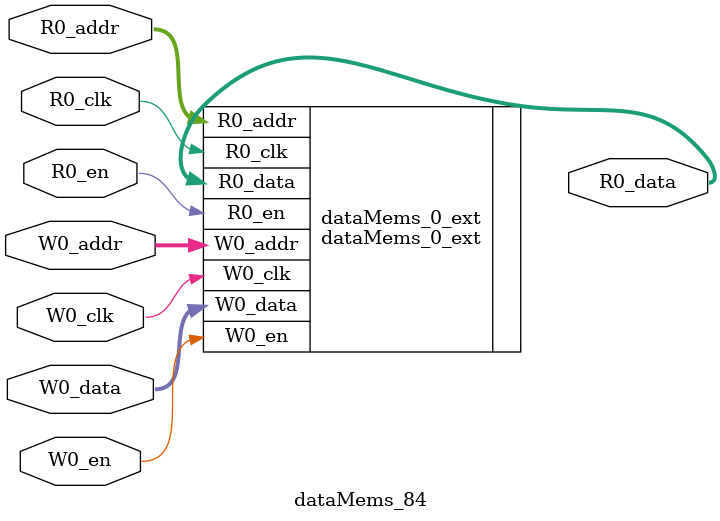
<source format=sv>
`ifndef RANDOMIZE
  `ifdef RANDOMIZE_REG_INIT
    `define RANDOMIZE
  `endif // RANDOMIZE_REG_INIT
`endif // not def RANDOMIZE
`ifndef RANDOMIZE
  `ifdef RANDOMIZE_MEM_INIT
    `define RANDOMIZE
  `endif // RANDOMIZE_MEM_INIT
`endif // not def RANDOMIZE

`ifndef RANDOM
  `define RANDOM $random
`endif // not def RANDOM

// Users can define 'PRINTF_COND' to add an extra gate to prints.
`ifndef PRINTF_COND_
  `ifdef PRINTF_COND
    `define PRINTF_COND_ (`PRINTF_COND)
  `else  // PRINTF_COND
    `define PRINTF_COND_ 1
  `endif // PRINTF_COND
`endif // not def PRINTF_COND_

// Users can define 'ASSERT_VERBOSE_COND' to add an extra gate to assert error printing.
`ifndef ASSERT_VERBOSE_COND_
  `ifdef ASSERT_VERBOSE_COND
    `define ASSERT_VERBOSE_COND_ (`ASSERT_VERBOSE_COND)
  `else  // ASSERT_VERBOSE_COND
    `define ASSERT_VERBOSE_COND_ 1
  `endif // ASSERT_VERBOSE_COND
`endif // not def ASSERT_VERBOSE_COND_

// Users can define 'STOP_COND' to add an extra gate to stop conditions.
`ifndef STOP_COND_
  `ifdef STOP_COND
    `define STOP_COND_ (`STOP_COND)
  `else  // STOP_COND
    `define STOP_COND_ 1
  `endif // STOP_COND
`endif // not def STOP_COND_

// Users can define INIT_RANDOM as general code that gets injected into the
// initializer block for modules with registers.
`ifndef INIT_RANDOM
  `define INIT_RANDOM
`endif // not def INIT_RANDOM

// If using random initialization, you can also define RANDOMIZE_DELAY to
// customize the delay used, otherwise 0.002 is used.
`ifndef RANDOMIZE_DELAY
  `define RANDOMIZE_DELAY 0.002
`endif // not def RANDOMIZE_DELAY

// Define INIT_RANDOM_PROLOG_ for use in our modules below.
`ifndef INIT_RANDOM_PROLOG_
  `ifdef RANDOMIZE
    `ifdef VERILATOR
      `define INIT_RANDOM_PROLOG_ `INIT_RANDOM
    `else  // VERILATOR
      `define INIT_RANDOM_PROLOG_ `INIT_RANDOM #`RANDOMIZE_DELAY begin end
    `endif // VERILATOR
  `else  // RANDOMIZE
    `define INIT_RANDOM_PROLOG_
  `endif // RANDOMIZE
`endif // not def INIT_RANDOM_PROLOG_

// Include register initializers in init blocks unless synthesis is set
`ifndef SYNTHESIS
  `ifndef ENABLE_INITIAL_REG_
    `define ENABLE_INITIAL_REG_
  `endif // not def ENABLE_INITIAL_REG_
`endif // not def SYNTHESIS

// Include rmemory initializers in init blocks unless synthesis is set
`ifndef SYNTHESIS
  `ifndef ENABLE_INITIAL_MEM_
    `define ENABLE_INITIAL_MEM_
  `endif // not def ENABLE_INITIAL_MEM_
`endif // not def SYNTHESIS

module dataMems_84(	// @[generators/ara/src/main/scala/UnsafeAXI4ToTL.scala:365:62]
  input  [4:0]   R0_addr,
  input          R0_en,
  input          R0_clk,
  output [130:0] R0_data,
  input  [4:0]   W0_addr,
  input          W0_en,
  input          W0_clk,
  input  [130:0] W0_data
);

  dataMems_0_ext dataMems_0_ext (	// @[generators/ara/src/main/scala/UnsafeAXI4ToTL.scala:365:62]
    .R0_addr (R0_addr),
    .R0_en   (R0_en),
    .R0_clk  (R0_clk),
    .R0_data (R0_data),
    .W0_addr (W0_addr),
    .W0_en   (W0_en),
    .W0_clk  (W0_clk),
    .W0_data (W0_data)
  );
endmodule


</source>
